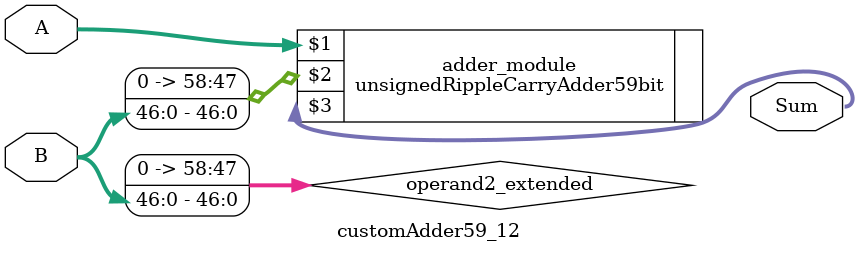
<source format=v>
module customAdder59_12(
                        input [58 : 0] A,
                        input [46 : 0] B,
                        
                        output [59 : 0] Sum
                );

        wire [58 : 0] operand2_extended;
        
        assign operand2_extended =  {12'b0, B};
        
        unsignedRippleCarryAdder59bit adder_module(
            A,
            operand2_extended,
            Sum
        );
        
        endmodule
        
</source>
